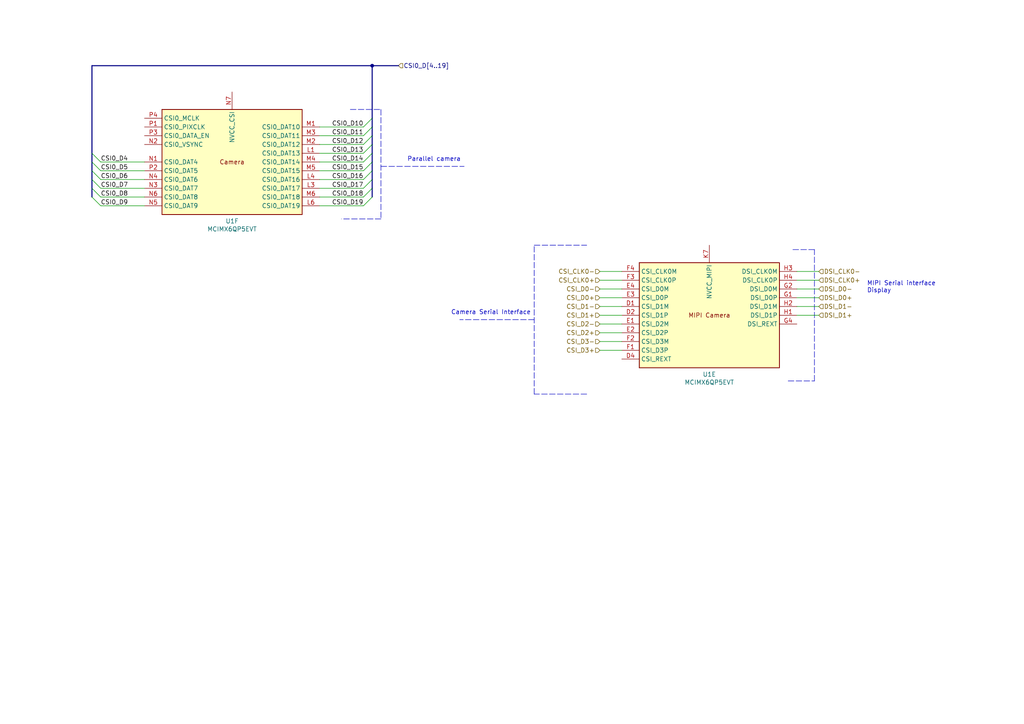
<source format=kicad_sch>
(kicad_sch (version 20211123) (generator eeschema)
  (paper "A4")
  (junction (at 107.95 19.05))
  (bus_entry (at 107.95 34.29) (size -2.54 2.54))
  (bus_entry (at 107.95 41.91) (size -2.54 2.54))
  (bus_entry (at 107.95 52.07) (size -2.54 2.54))
  (bus_entry (at 107.95 54.61) (size -2.54 2.54))
  (bus_entry (at 107.95 39.37) (size -2.54 2.54))
  (bus_entry (at 26.67 54.61) (size 2.54 2.54))
  (bus_entry (at 107.95 44.45) (size -2.54 2.54))
  (bus_entry (at 26.67 52.07) (size 2.54 2.54))
  (bus_entry (at 107.95 57.15) (size -2.54 2.54))
  (bus_entry (at 107.95 49.53) (size -2.54 2.54))
  (bus_entry (at 107.95 46.99) (size -2.54 2.54))
  (bus_entry (at 26.67 49.53) (size 2.54 2.54))
  (bus_entry (at 26.67 57.15) (size 2.54 2.54))
  (bus_entry (at 26.67 44.45) (size 2.54 2.54))
  (bus_entry (at 26.67 46.99) (size 2.54 2.54))
  (bus_entry (at 107.95 36.83) (size -2.54 2.54))
  (polyline (pts (xy 110.49 31.75) (xy 110.49 63.5)))
  (wire (pts (xy 92.71 57.15) (xy 105.41 57.15)))
  (wire (pts (xy 92.71 46.99) (xy 105.41 46.99)))
  (wire (pts (xy 231.14 81.28) (xy 237.49 81.28)))
  (polyline (pts (xy 236.22 72.39) (xy 229.87 72.39)))
  (wire (pts (xy 92.71 59.69) (xy 105.41 59.69)))
  (wire (pts (xy 180.34 83.82) (xy 173.99 83.82)))
  (wire (pts (xy 92.71 41.91) (xy 105.41 41.91)))
  (polyline (pts (xy 101.6 31.75) (xy 110.49 31.75)))
  (wire (pts (xy 231.14 91.44) (xy 237.49 91.44)))
  (wire (pts (xy 180.34 101.6) (xy 173.99 101.6)))
  (wire (pts (xy 41.91 59.69) (xy 29.21 59.69)))
  (bus (pts (xy 107.95 41.91) (xy 107.95 44.45)))
  (bus (pts (xy 107.95 52.07) (xy 107.95 54.61)))
  (polyline (pts (xy 110.49 48.26) (xy 134.62 48.26)))
  (polyline (pts (xy 228.6 110.49) (xy 236.22 110.49)))
  (wire (pts (xy 41.91 54.61) (xy 29.21 54.61)))
  (wire (pts (xy 231.14 86.36) (xy 237.49 86.36)))
  (wire (pts (xy 180.34 88.9) (xy 173.99 88.9)))
  (bus (pts (xy 107.95 39.37) (xy 107.95 41.91)))
  (polyline (pts (xy 170.18 114.3) (xy 154.94 114.3)))
  (polyline (pts (xy 154.94 114.3) (xy 154.94 71.12)))
  (wire (pts (xy 180.34 99.06) (xy 173.99 99.06)))
  (bus (pts (xy 26.67 44.45) (xy 26.67 46.99)))
  (wire (pts (xy 180.34 93.98) (xy 173.99 93.98)))
  (wire (pts (xy 231.14 83.82) (xy 237.49 83.82)))
  (bus (pts (xy 26.67 19.05) (xy 26.67 44.45)))
  (bus (pts (xy 26.67 54.61) (xy 26.67 57.15)))
  (polyline (pts (xy 154.94 92.71) (xy 133.35 92.71)))
  (bus (pts (xy 107.95 19.05) (xy 115.57 19.05)))
  (wire (pts (xy 92.71 39.37) (xy 105.41 39.37)))
  (bus (pts (xy 107.95 54.61) (xy 107.95 57.15)))
  (wire (pts (xy 180.34 96.52) (xy 173.99 96.52)))
  (wire (pts (xy 41.91 57.15) (xy 29.21 57.15)))
  (wire (pts (xy 41.91 52.07) (xy 29.21 52.07)))
  (bus (pts (xy 107.95 34.29) (xy 107.95 36.83)))
  (bus (pts (xy 107.95 49.53) (xy 107.95 52.07)))
  (wire (pts (xy 92.71 44.45) (xy 105.41 44.45)))
  (bus (pts (xy 107.95 36.83) (xy 107.95 39.37)))
  (wire (pts (xy 41.91 49.53) (xy 29.21 49.53)))
  (wire (pts (xy 231.14 78.74) (xy 237.49 78.74)))
  (polyline (pts (xy 236.22 110.49) (xy 236.22 72.39)))
  (bus (pts (xy 26.67 49.53) (xy 26.67 52.07)))
  (bus (pts (xy 26.67 19.05) (xy 107.95 19.05)))
  (wire (pts (xy 92.71 52.07) (xy 105.41 52.07)))
  (polyline (pts (xy 154.94 71.12) (xy 170.18 71.12)))
  (wire (pts (xy 92.71 49.53) (xy 105.41 49.53)))
  (bus (pts (xy 107.95 44.45) (xy 107.95 46.99)))
  (bus (pts (xy 107.95 19.05) (xy 107.95 34.29)))
  (polyline (pts (xy 110.49 63.5) (xy 99.06 63.5)))
  (wire (pts (xy 41.91 46.99) (xy 29.21 46.99)))
  (bus (pts (xy 26.67 46.99) (xy 26.67 49.53)))
  (wire (pts (xy 231.14 88.9) (xy 237.49 88.9)))
  (wire (pts (xy 180.34 81.28) (xy 173.99 81.28)))
  (wire (pts (xy 180.34 86.36) (xy 173.99 86.36)))
  (wire (pts (xy 92.71 36.83) (xy 105.41 36.83)))
  (bus (pts (xy 26.67 52.07) (xy 26.67 54.61)))
  (bus (pts (xy 107.95 46.99) (xy 107.95 49.53)))
  (wire (pts (xy 180.34 78.74) (xy 173.99 78.74)))
  (wire (pts (xy 180.34 91.44) (xy 173.99 91.44)))
  (wire (pts (xy 92.71 54.61) (xy 105.41 54.61)))
  (text "MIPI Serial interface \nDisplay" (at 251.46 85.09 0) (effects (font (size 1.27 1.27)) (justify left bottom)))
  (text "Parallel camera" (at 118.11 46.99 0) (effects (font (size 1.27 1.27)) (justify left bottom)))
  (text "Camera Serial Interface" (at 130.81 91.44 0) (effects (font (size 1.27 1.27)) (justify left bottom)))
  (label "CSI0_D4" (at 29.21 46.99 0))
  (label "CSI0_D16" (at 105.41 52.07 180))
  (label "CSI0_D11" (at 105.41 39.37 180))
  (label "CSI0_D15" (at 105.41 49.53 180))
  (label "CSI0_D6" (at 29.21 52.07 0))
  (label "CSI0_D7" (at 29.21 54.61 0))
  (label "CSI0_D18" (at 105.41 57.15 180))
  (label "CSI0_D19" (at 105.41 59.69 180))
  (label "CSI0_D14" (at 105.41 46.99 180))
  (label "CSI0_D17" (at 105.41 54.61 180))
  (label "CSI0_D8" (at 29.21 57.15 0))
  (label "CSI0_D5" (at 29.21 49.53 0))
  (label "CSI0_D9" (at 29.21 59.69 0))
  (label "CSI0_D10" (at 105.41 36.83 180))
  (label "CSI0_D13" (at 105.41 44.45 180))
  (label "CSI0_D12" (at 105.41 41.91 180))
  (hierarchical_label "CSI_D1+" (shape input) (at 173.99 91.44 180))
  (hierarchical_label "CSI0_D[4..19]" (shape input) (at 115.57 19.05 0))
  (hierarchical_label "CSI_CLK0+" (shape input) (at 173.99 81.28 180))
  (hierarchical_label "DSI_D0-" (shape input) (at 237.49 83.82 0))
  (hierarchical_label "DSI_D0+" (shape input) (at 237.49 86.36 0))
  (hierarchical_label "CSI_CLK0-" (shape input) (at 173.99 78.74 180))
  (hierarchical_label "DSI_D1+" (shape input) (at 237.49 91.44 0))
  (hierarchical_label "CSI_D1-" (shape input) (at 173.99 88.9 180))
  (hierarchical_label "CSI_D2+" (shape input) (at 173.99 96.52 180))
  (hierarchical_label "CSI_D2-" (shape input) (at 173.99 93.98 180))
  (hierarchical_label "CSI_D0-" (shape input) (at 173.99 83.82 180))
  (hierarchical_label "CSI_D3-" (shape input) (at 173.99 99.06 180))
  (hierarchical_label "DSI_D1-" (shape input) (at 237.49 88.9 0))
  (hierarchical_label "CSI_D3+" (shape input) (at 173.99 101.6 180))
  (hierarchical_label "CSI_D0+" (shape input) (at 173.99 86.36 180))
  (hierarchical_label "DSI_CLK0-" (shape input) (at 237.49 78.74 0))
  (hierarchical_label "DSI_CLK0+" (shape input) (at 237.49 81.28 0))
  (symbol (lib_id "IMXDesign-rescue:MCIMX6QP5EVT-CPU_NXP_IMX") (at 205.74 91.44 0) (unit 5)
    (property "Reference" "U1" (at 205.74 108.585 0))
    (property "Value" "MCIMX6QP5EVT" (at 205.74 110.8964 0))
    (property "Footprint" "Package_BGA:BGA-624_21.0x21.0mm_Layout25x25_P0.8mm" (effects hide))
    (property "Datasheet" "https://www.nxp.com/docs/en/data-sheet/IMX6DQPCEC.pdf" (effects hide))
  )
  (symbol (lib_id "IMXDesign-rescue:MCIMX6QP5EVT-CPU_NXP_IMX") (at 67.31 46.99 0) (unit 6)
    (property "Reference" "U1" (at 67.31 64.135 0))
    (property "Value" "MCIMX6QP5EVT" (at 67.31 66.4464 0))
    (property "Footprint" "Package_BGA:BGA-624_21.0x21.0mm_Layout25x25_P0.8mm" (effects hide))
    (property "Datasheet" "https://www.nxp.com/docs/en/data-sheet/IMX6DQPCEC.pdf" (effects hide))
  )
)
</source>
